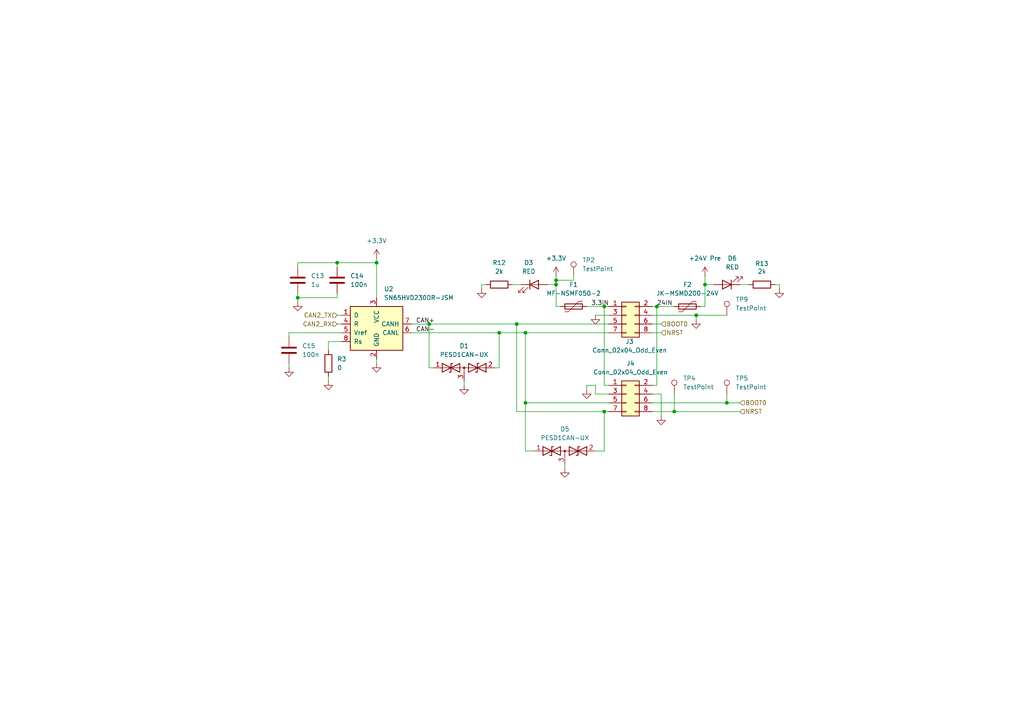
<source format=kicad_sch>
(kicad_sch (version 20250114) (generator "eeschema") (generator_version "9.0")
  (paper "A4")
  (lib_symbols
    (symbol "Connector:TestPoint" (pin_numbers (hide yes)) (pin_names (offset 0.762) (hide yes))
      (property "Reference" "TP" (at 0 6.858 0))
      (property "Value" "TestPoint" (at 0 5.08 0))
      (symbol "TestPoint_0_1"
        (circle (center 0 3.302) (radius 0.762))
      )
      (symbol "TestPoint_1_1"
        (pin passive line (at 0 0 90) (length 2.54) (name "1") (number "1"))
      )
    )
    (symbol "Connector_Generic:Conn_02x04_Odd_Even" (pin_names (offset 1.016) (hide yes))
      (property "Reference" "J" (at 1.27 5.08 0))
      (property "Value" "Conn_02x04_Odd_Even" (at 1.27 -7.62 0))
      (symbol "Conn_02x04_Odd_Even_1_1"
        (rectangle (start -1.27 3.81) (end 3.81 -6.35) (stroke (width 0.254)) (fill (type background)))
        (rectangle (start -1.27 2.667) (end 0 2.413) (stroke (width 0.1524)))
        (rectangle (start -1.27 0.127) (end 0 -0.127) (stroke (width 0.1524)))
        (rectangle (start -1.27 -2.413) (end 0 -2.667) (stroke (width 0.1524)))
        (rectangle (start -1.27 -4.953) (end 0 -5.207) (stroke (width 0.1524)))
        (rectangle (start 3.81 2.667) (end 2.54 2.413) (stroke (width 0.1524)))
        (rectangle (start 3.81 0.127) (end 2.54 -0.127) (stroke (width 0.1524)))
        (rectangle (start 3.81 -2.413) (end 2.54 -2.667) (stroke (width 0.1524)))
        (rectangle (start 3.81 -4.953) (end 2.54 -5.207) (stroke (width 0.1524)))
        (pin passive line (at -5.08 2.54 0) (length 3.81) (name "Pin_1") (number "1"))
        (pin passive line (at -5.08 0 0) (length 3.81) (name "Pin_3") (number "3"))
        (pin passive line (at -5.08 -2.54 0) (length 3.81) (name "Pin_5") (number "5"))
        (pin passive line (at -5.08 -5.08 0) (length 3.81) (name "Pin_7") (number "7"))
        (pin passive line (at 7.62 2.54 180) (length 3.81) (name "Pin_2") (number "2"))
        (pin passive line (at 7.62 0 180) (length 3.81) (name "Pin_4") (number "4"))
        (pin passive line (at 7.62 -2.54 180) (length 3.81) (name "Pin_6") (number "6"))
        (pin passive line (at 7.62 -5.08 180) (length 3.81) (name "Pin_8") (number "8"))
      )
    )
    (symbol "Device:C" (pin_numbers (hide yes)) (pin_names (offset 0.254))
      (property "Reference" "C" (at 0.635 2.54 0))
      (property "Value" "C" (at 0.635 -2.54 0))
      (symbol "C_0_1"
        (polyline (pts (xy -2.032 0.762) (xy 2.032 0.762)) (stroke (width 0.508)))
        (polyline (pts (xy -2.032 -0.762) (xy 2.032 -0.762)) (stroke (width 0.508)))
      )
      (symbol "C_1_1"
        (pin passive line (at 0 3.81 270) (length 2.794) (name "~") (number "1"))
        (pin passive line (at 0 -3.81 90) (length 2.794) (name "~") (number "2"))
      )
    )
    (symbol "Device:D_TVS_Dual_AAC" (pin_names (offset 1.016) (hide yes))
      (property "Reference" "D" (at 0 4.445 0))
      (property "Value" "D_TVS_Dual_AAC" (at 0 2.54 0))
      (symbol "D_TVS_Dual_AAC_0_0"
        (polyline (pts (xy 0 -1.27) (xy 0 0)))
      )
      (symbol "D_TVS_Dual_AAC_0_1"
        (polyline (pts (xy -6.35 1.27) (xy -1.27 -1.27) (xy -1.27 1.27) (xy -6.35 -1.27) (xy -6.35 1.27)) (stroke (width 0.254)))
        (polyline (pts (xy -6.35 0) (xy 6.35 0)))
        (polyline (pts (xy -3.302 1.27) (xy -3.81 1.27) (xy -3.81 -1.27) (xy -4.318 -1.27)) (stroke (width 0.254)))
        (circle (center 0 0) (radius 0.254) (fill (type outline)))
        (polyline (pts (xy 4.318 1.27) (xy 3.81 1.27) (xy 3.81 -1.27) (xy 3.302 -1.27)) (stroke (width 0.254)))
        (polyline (pts (xy 6.35 1.27) (xy 1.27 -1.27) (xy 1.27 1.27) (xy 6.35 -1.27) (xy 6.35 1.27)) (stroke (width 0.254)))
      )
      (symbol "D_TVS_Dual_AAC_1_1"
        (pin passive line (at -8.89 0 0) (length 2.54) (name "A1") (number "1"))
        (pin passive line (at 0 -3.81 90) (length 2.54) (name "common") (number "3"))
        (pin passive line (at 8.89 0 180) (length 2.54) (name "A2") (number "2"))
      )
    )
    (symbol "Device:LED" (pin_numbers (hide yes)) (pin_names (offset 1.016) (hide yes))
      (property "Reference" "D" (at 0 2.54 0))
      (property "Value" "LED" (at 0 -2.54 0))
      (symbol "LED_0_1"
        (polyline (pts (xy -3.048 -0.762) (xy -4.572 -2.286) (xy -3.81 -2.286) (xy -4.572 -2.286) (xy -4.572 -1.524)))
        (polyline (pts (xy -1.778 -0.762) (xy -3.302 -2.286) (xy -2.54 -2.286) (xy -3.302 -2.286) (xy -3.302 -1.524)))
        (polyline (pts (xy -1.27 0) (xy 1.27 0)))
        (polyline (pts (xy -1.27 -1.27) (xy -1.27 1.27)) (stroke (width 0.254)))
        (polyline (pts (xy 1.27 -1.27) (xy 1.27 1.27) (xy -1.27 0) (xy 1.27 -1.27)) (stroke (width 0.254)))
      )
      (symbol "LED_1_1"
        (pin passive line (at -3.81 0 0) (length 2.54) (name "K") (number "1"))
        (pin passive line (at 3.81 0 180) (length 2.54) (name "A") (number "2"))
      )
    )
    (symbol "Device:Polyfuse" (pin_numbers (hide yes)) (pin_names (offset 0))
      (property "Reference" "F" (at -2.54 0 90))
      (property "Value" "Polyfuse" (at 2.54 0 90))
      (symbol "Polyfuse_0_1"
        (polyline (pts (xy -1.524 2.54) (xy -1.524 1.524) (xy 1.524 -1.524) (xy 1.524 -2.54)))
        (rectangle (start -0.762 2.54) (end 0.762 -2.54) (stroke (width 0.254)))
        (polyline (pts (xy 0 2.54) (xy 0 -2.54)))
      )
      (symbol "Polyfuse_1_1"
        (pin passive line (at 0 3.81 270) (length 1.27) (name "~") (number "1"))
        (pin passive line (at 0 -3.81 90) (length 1.27) (name "~") (number "2"))
      )
    )
    (symbol "Device:R" (pin_numbers (hide yes)) (pin_names (offset 0))
      (property "Reference" "R" (at 2.032 0 90))
      (property "Value" "R" (at 0 0 90))
      (symbol "R_0_1"
        (rectangle (start -1.016 -2.54) (end 1.016 2.54) (stroke (width 0.254)))
      )
      (symbol "R_1_1"
        (pin passive line (at 0 3.81 270) (length 1.27) (name "~") (number "1"))
        (pin passive line (at 0 -3.81 90) (length 1.27) (name "~") (number "2"))
      )
    )
    (symbol "Interface_CAN_LIN:SN65HVD230" (pin_names (offset 1.016))
      (property "Reference" "U" (at -2.54 10.16 0))
      (property "Value" "SN65HVD230" (at -2.54 7.62 0))
      (symbol "SN65HVD230_0_1"
        (rectangle (start -7.62 5.08) (end 7.62 -7.62) (stroke (width 0.254)) (fill (type background)))
      )
      (symbol "SN65HVD230_1_1"
        (pin input line (at -10.16 2.54 0) (length 2.54) (name "D") (number "1"))
        (pin output line (at -10.16 0 0) (length 2.54) (name "R") (number "4"))
        (pin output line (at -10.16 -2.54 0) (length 2.54) (name "Vref") (number "5"))
        (pin input line (at -10.16 -5.08 0) (length 2.54) (name "Rs") (number "8"))
        (pin power_in line (at 0 7.62 270) (length 2.54) (name "VCC") (number "3"))
        (pin power_in line (at 0 -10.16 90) (length 2.54) (name "GND") (number "2"))
        (pin bidirectional line (at 10.16 0 180) (length 2.54) (name "CANH") (number "7"))
        (pin bidirectional line (at 10.16 -2.54 180) (length 2.54) (name "CANL") (number "6"))
      )
    )
    (symbol "power:+24V" (power) (pin_numbers (hide yes)) (pin_names (offset 0) (hide yes))
      (property "Value" "+24V" (at 0 3.556 0))
      (symbol "+24V_0_1"
        (polyline (pts (xy -0.762 1.27) (xy 0 2.54)))
        (polyline (pts (xy 0 2.54) (xy 0.762 1.27)))
        (polyline (pts (xy 0 0) (xy 0 2.54)))
      )
      (symbol "+24V_1_1"
        (pin power_in line (at 0 0 90) (length 0) (name "~") (number "1"))
      )
    )
    (symbol "power:+3.3V" (power) (pin_numbers (hide yes)) (pin_names (offset 0) (hide yes))
      (property "Value" "+3.3V" (at 0 3.556 0))
      (symbol "+3.3V_0_1"
        (polyline (pts (xy -0.762 1.27) (xy 0 2.54)))
        (polyline (pts (xy 0 2.54) (xy 0.762 1.27)))
        (polyline (pts (xy 0 0) (xy 0 2.54)))
      )
      (symbol "+3.3V_1_1"
        (pin power_in line (at 0 0 90) (length 0) (name "~") (number "1"))
      )
    )
    (symbol "power:GND" (power) (pin_numbers (hide yes)) (pin_names (offset 0) (hide yes))
      (property "Value" "GND" (at 0 -3.81 0))
      (symbol "GND_0_1"
        (polyline (pts (xy 0 0) (xy 0 -1.27) (xy 1.27 -1.27) (xy 0 -2.54) (xy -1.27 -1.27) (xy 0 -1.27)))
      )
      (symbol "GND_1_1"
        (pin power_in line (at 0 0 270) (length 0) (name "~") (number "1"))
      )
    )
  )
  (junction (at 190.5 88.9))
  (junction (at 144.78 96.52))
  (junction (at 201.93 91.44))
  (junction (at 86.36 86.36))
  (junction (at 161.29 82.55))
  (junction (at 149.86 93.98))
  (junction (at 152.4 96.52))
  (junction (at 152.4 116.84))
  (junction (at 175.26 88.9))
  (junction (at 204.47 82.55))
  (junction (at 97.79 76.2))
  (junction (at 195.58 119.38))
  (junction (at 210.82 116.84))
  (junction (at 109.22 76.2))
  (junction (at 175.26 119.38))
  (junction (at 161.29 81.28))
  (junction (at 124.46 93.98))
  (wire (pts (xy 109.22 74.93) (xy 109.22 76.2)))
  (wire (pts (xy 134.62 110.49) (xy 134.62 111.76)))
  (wire (pts (xy 95.25 101.6) (xy 95.25 99.06)))
  (wire (pts (xy 161.29 82.55) (xy 161.29 88.9)))
  (wire (pts (xy 166.37 80.01) (xy 166.37 81.28)))
  (wire (pts (xy 97.79 76.2) (xy 97.79 77.47)))
  (wire (pts (xy 149.86 119.38) (xy 149.86 93.98)))
  (wire (pts (xy 124.46 93.98) (xy 124.46 106.68)))
  (wire (pts (xy 189.23 93.98) (xy 191.77 93.98)))
  (wire (pts (xy 191.77 114.3) (xy 189.23 114.3)))
  (wire (pts (xy 176.53 119.38) (xy 175.26 119.38)))
  (wire (pts (xy 119.38 93.98) (xy 124.46 93.98)))
  (wire (pts (xy 97.79 91.44) (xy 99.06 91.44)))
  (wire (pts (xy 119.38 96.52) (xy 144.78 96.52)))
  (wire (pts (xy 139.7 82.55) (xy 140.97 82.55)))
  (wire (pts (xy 226.06 83.82) (xy 226.06 82.55)))
  (wire (pts (xy 175.26 88.9) (xy 175.26 111.76)))
  (wire (pts (xy 163.83 134.62) (xy 163.83 135.89)))
  (wire (pts (xy 152.4 116.84) (xy 152.4 96.52)))
  (wire (pts (xy 86.36 86.36) (xy 97.79 86.36)))
  (wire (pts (xy 83.82 105.41) (xy 83.82 106.68)))
  (wire (pts (xy 97.79 76.2) (xy 109.22 76.2)))
  (wire (pts (xy 148.59 82.55) (xy 151.13 82.55)))
  (wire (pts (xy 189.23 116.84) (xy 210.82 116.84)))
  (wire (pts (xy 154.94 130.81) (xy 152.4 130.81)))
  (wire (pts (xy 175.26 88.9) (xy 176.53 88.9)))
  (wire (pts (xy 176.53 114.3) (xy 172.72 114.3)))
  (wire (pts (xy 172.72 111.76) (xy 170.18 111.76)))
  (wire (pts (xy 166.37 81.28) (xy 161.29 81.28)))
  (wire (pts (xy 201.93 91.44) (xy 210.82 91.44)))
  (wire (pts (xy 170.18 111.76) (xy 170.18 113.03)))
  (wire (pts (xy 189.23 88.9) (xy 190.5 88.9)))
  (wire (pts (xy 83.82 97.79) (xy 83.82 96.52)))
  (wire (pts (xy 152.4 96.52) (xy 176.53 96.52)))
  (wire (pts (xy 189.23 96.52) (xy 191.77 96.52)))
  (wire (pts (xy 144.78 96.52) (xy 144.78 106.68)))
  (wire (pts (xy 124.46 93.98) (xy 149.86 93.98)))
  (wire (pts (xy 109.22 76.2) (xy 109.22 86.36)))
  (wire (pts (xy 161.29 80.01) (xy 161.29 81.28)))
  (wire (pts (xy 152.4 130.81) (xy 152.4 116.84)))
  (wire (pts (xy 172.72 130.81) (xy 175.26 130.81)))
  (wire (pts (xy 175.26 130.81) (xy 175.26 119.38)))
  (wire (pts (xy 124.46 106.68) (xy 125.73 106.68)))
  (wire (pts (xy 83.82 96.52) (xy 99.06 96.52)))
  (wire (pts (xy 217.17 82.55) (xy 214.63 82.55)))
  (wire (pts (xy 86.36 86.36) (xy 86.36 87.63)))
  (wire (pts (xy 109.22 104.14) (xy 109.22 105.41)))
  (wire (pts (xy 97.79 93.98) (xy 99.06 93.98)))
  (wire (pts (xy 176.53 111.76) (xy 175.26 111.76)))
  (wire (pts (xy 161.29 88.9) (xy 162.56 88.9)))
  (wire (pts (xy 195.58 119.38) (xy 214.63 119.38)))
  (wire (pts (xy 190.5 88.9) (xy 190.5 111.76)))
  (wire (pts (xy 95.25 109.22) (xy 95.25 110.49)))
  (wire (pts (xy 210.82 116.84) (xy 214.63 116.84)))
  (wire (pts (xy 139.7 83.82) (xy 139.7 82.55)))
  (wire (pts (xy 86.36 85.09) (xy 86.36 86.36)))
  (wire (pts (xy 203.2 88.9) (xy 204.47 88.9)))
  (wire (pts (xy 189.23 91.44) (xy 201.93 91.44)))
  (wire (pts (xy 191.77 120.65) (xy 191.77 114.3)))
  (wire (pts (xy 189.23 119.38) (xy 195.58 119.38)))
  (wire (pts (xy 195.58 114.3) (xy 195.58 119.38)))
  (wire (pts (xy 158.75 82.55) (xy 161.29 82.55)))
  (wire (pts (xy 176.53 91.44) (xy 172.72 91.44)))
  (wire (pts (xy 204.47 82.55) (xy 204.47 88.9)))
  (wire (pts (xy 189.23 111.76) (xy 190.5 111.76)))
  (wire (pts (xy 95.25 99.06) (xy 99.06 99.06)))
  (wire (pts (xy 226.06 82.55) (xy 224.79 82.55)))
  (wire (pts (xy 161.29 81.28) (xy 161.29 82.55)))
  (wire (pts (xy 175.26 119.38) (xy 149.86 119.38)))
  (wire (pts (xy 201.93 91.44) (xy 201.93 92.71)))
  (wire (pts (xy 144.78 96.52) (xy 152.4 96.52)))
  (wire (pts (xy 210.82 114.3) (xy 210.82 116.84)))
  (wire (pts (xy 97.79 85.09) (xy 97.79 86.36)))
  (wire (pts (xy 204.47 82.55) (xy 207.01 82.55)))
  (wire (pts (xy 170.18 88.9) (xy 175.26 88.9)))
  (wire (pts (xy 204.47 80.01) (xy 204.47 82.55)))
  (wire (pts (xy 86.36 77.47) (xy 86.36 76.2)))
  (wire (pts (xy 172.72 114.3) (xy 172.72 111.76)))
  (wire (pts (xy 176.53 116.84) (xy 152.4 116.84)))
  (wire (pts (xy 144.78 106.68) (xy 143.51 106.68)))
  (wire (pts (xy 149.86 93.98) (xy 176.53 93.98)))
  (wire (pts (xy 86.36 76.2) (xy 97.79 76.2)))
  (wire (pts (xy 190.5 88.9) (xy 195.58 88.9)))
  (label "24IN" (at 190.5 88.9 0))
  (label "CAN+" (at 120.65 93.98 0))
  (label "3.3IN" (at 171.45 88.9 0))
  (label "CAN-" (at 120.65 96.52 0))
  (hierarchical_label "BOOT0" (shape input) (at 214.63 116.84 0))
  (hierarchical_label "CAN2_TX" (shape input) (at 97.79 91.44 180))
  (hierarchical_label "BOOT0" (shape input) (at 191.77 93.98 0))
  (hierarchical_label "CAN2_RX" (shape input) (at 97.79 93.98 180))
  (hierarchical_label "NRST" (shape input) (at 214.63 119.38 0))
  (hierarchical_label "NRST" (shape input) (at 191.77 96.52 0))
  (symbol (lib_id "Device:LED") (at 154.94 82.55 0) (unit 1)
    (property "Reference" "D3" (at 153.3525 76.2 0))
    (property "Value" "RED" (at 153.3525 78.74 0))
    (property "Footprint" "LED_SMD:LED_0603_1608Metric" (effects (hide yes)))
    (property "Description" "Light emitting diode" (effects (hide yes)))
    (property "Sim.Pins" "1=K 2=A" (effects (hide yes)))
  )
  (symbol (lib_id "power:GND") (at 163.83 135.89 0) (unit 1)
    (property "Reference" "#PWR052" (effects (hide yes)))
    (property "Value" "GND" (effects (hide yes)))
    (property "Description" "Power symbol creates a global label with name \"GND\" , ground" (effects (hide yes)))
  )
  (symbol (lib_id "Device:LED") (at 210.82 82.55 180) (unit 1)
    (property "Reference" "D6" (at 212.4075 74.93 0))
    (property "Value" "RED" (at 212.4075 77.47 0))
    (property "Footprint" "LED_SMD:LED_0603_1608Metric" (effects (hide yes)))
    (property "Description" "Light emitting diode" (effects (hide yes)))
    (property "Sim.Pins" "1=K 2=A" (effects (hide yes)))
  )
  (symbol (lib_id "power:GND") (at 226.06 83.82 0) (unit 1)
    (property "Reference" "#PWR032" (effects (hide yes)))
    (property "Value" "GND" (effects (hide yes)))
    (property "Description" "Power symbol creates a global label with name \"GND\" , ground" (effects (hide yes)))
  )
  (symbol (lib_id "power:GND") (at 83.82 106.68 0) (unit 1)
    (property "Reference" "#PWR019" (effects (hide yes)))
    (property "Value" "GND" (effects (hide yes)))
    (property "Description" "Power symbol creates a global label with name \"GND\" , ground" (effects (hide yes)))
  )
  (symbol (lib_id "Device:C") (at 83.82 101.6 0) (unit 1)
    (property "Reference" "C15" (at 87.63 100.3299 0) (effects (justify left)))
    (property "Value" "100n" (at 87.63 102.8699 0) (effects (justify left)))
    (property "Footprint" "Capacitor_SMD:C_0402_1005Metric" (effects (hide yes)))
    (property "Description" "Unpolarized capacitor" (effects (hide yes)))
  )
  (symbol (lib_id "Device:D_TVS_Dual_AAC") (at 134.62 106.68 0) (unit 1)
    (property "Reference" "D1" (at 134.62 100.33 0))
    (property "Value" "PESD1CAN-UX" (at 134.62 102.87 0))
    (property "Footprint" "Package_TO_SOT_SMD:SOT-323_SC-70" (effects (hide yes)))
    (property "Description" "Bidirectional dual transient-voltage-suppression diode, center on pin 3" (effects (hide yes)))
  )
  (symbol (lib_id "Device:C") (at 86.36 81.28 0) (unit 1)
    (property "Reference" "C13" (at 90.17 80.0099 0) (effects (justify left)))
    (property "Value" "1u" (at 90.17 82.5499 0) (effects (justify left)))
    (property "Footprint" "Capacitor_SMD:C_0402_1005Metric" (effects (hide yes)))
    (property "Description" "Unpolarized capacitor" (effects (hide yes)))
  )
  (symbol (lib_id "power:GND") (at 139.7 83.82 0) (unit 1)
    (property "Reference" "#PWR031" (effects (hide yes)))
    (property "Value" "GND" (effects (hide yes)))
    (property "Description" "Power symbol creates a global label with name \"GND\" , ground" (effects (hide yes)))
  )
  (symbol (lib_id "Device:R") (at 220.98 82.55 90) (unit 1)
    (property "Reference" "R13" (at 220.98 76.454 90))
    (property "Value" "2k" (at 220.98 78.74 90))
    (property "Footprint" "Resistor_SMD:R_0402_1005Metric" (effects (hide yes)))
    (property "Description" "Resistor" (effects (hide yes)))
  )
  (symbol (lib_id "Connector:TestPoint") (at 166.37 80.01 0) (unit 1) (in_bom no)
    (property "Reference" "TP2" (at 168.91 75.4379 0) (effects (justify left)))
    (property "Value" "TestPoint" (at 168.91 77.9779 0) (effects (justify left)))
    (property "Footprint" "TestPoint:TestPoint_Pad_D1.0mm" (effects (hide yes)))
    (property "Description" "test point" (effects (hide yes)))
  )
  (symbol (lib_id "power:+3.3V") (at 109.22 74.93 0) (unit 1)
    (property "Reference" "#PWR015" (effects (hide yes)))
    (property "Value" "+3.3V" (at 109.22 69.85 0))
    (property "Description" "Power symbol creates a global label with name \"+3.3V\"" (effects (hide yes)))
  )
  (symbol (lib_id "Device:R") (at 95.25 105.41 0) (unit 1)
    (property "Reference" "R3" (at 97.79 104.1399 0) (effects (justify left)))
    (property "Value" "0" (at 97.79 106.6799 0) (effects (justify left)))
    (property "Footprint" "Resistor_SMD:R_0402_1005Metric" (effects (hide yes)))
    (property "Description" "Resistor" (effects (hide yes)))
  )
  (symbol (lib_id "Device:Polyfuse") (at 199.39 88.9 90) (unit 1)
    (property "Reference" "F2" (at 199.39 82.55 90))
    (property "Value" "JK-MSMD200-24V" (at 199.39 85.09 90))
    (property "Footprint" "Fuse:Fuse_1812_4532Metric" (effects (hide yes)))
    (property "Description" "Resettable fuse, polymeric positive temperature coefficient" (effects (hide yes)))
  )
  (symbol (lib_id "Device:C") (at 97.79 81.28 0) (unit 1)
    (property "Reference" "C14" (at 101.6 80.0099 0) (effects (justify left)))
    (property "Value" "100n" (at 101.6 82.5499 0) (effects (justify left)))
    (property "Footprint" "Capacitor_SMD:C_0402_1005Metric" (effects (hide yes)))
    (property "Description" "Unpolarized capacitor" (effects (hide yes)))
  )
  (symbol (lib_id "power:GND") (at 134.62 111.76 0) (unit 1)
    (property "Reference" "#PWR018" (effects (hide yes)))
    (property "Value" "GND" (effects (hide yes)))
    (property "Description" "Power symbol creates a global label with name \"GND\" , ground" (effects (hide yes)))
  )
  (symbol (lib_id "power:GND") (at 95.25 110.49 0) (unit 1)
    (property "Reference" "#PWR017" (effects (hide yes)))
    (property "Value" "GND" (effects (hide yes)))
    (property "Description" "Power symbol creates a global label with name \"GND\" , ground" (effects (hide yes)))
  )
  (symbol (lib_id "Interface_CAN_LIN:SN65HVD230") (at 109.22 93.98 0) (unit 1)
    (property "Reference" "U2" (at 111.3633 83.82 0) (effects (justify left)))
    (property "Value" "SN65HVD230DR-JSM" (at 111.3633 86.36 0) (effects (justify left)))
    (property "Footprint" "Package_SO:SOIC-8_3.9x4.9mm_P1.27mm" (effects (hide yes)))
    (property "Datasheet" "http://www.ti.com/lit/ds/symlink/sn65hvd230.pdf" (effects (hide yes)))
    (property "Description" "CAN Bus Transceivers, 3.3V, 1Mbps, Low-Power capabilities, SOIC-8" (effects (hide yes)))
  )
  (symbol (lib_id "Device:D_TVS_Dual_AAC") (at 163.83 130.81 0) (unit 1)
    (property "Reference" "D5" (at 163.83 124.46 0))
    (property "Value" "PESD1CAN-UX" (at 163.83 127 0))
    (property "Footprint" "Package_TO_SOT_SMD:SOT-323_SC-70" (effects (hide yes)))
    (property "Description" "Bidirectional dual transient-voltage-suppression diode, center on pin 3" (effects (hide yes)))
  )
  (symbol (lib_id "power:+3.3V") (at 161.29 80.01 0) (unit 1)
    (property "Reference" "#PWR030" (effects (hide yes)))
    (property "Value" "+3.3V" (at 161.29 74.93 0))
    (property "Description" "Power symbol creates a global label with name \"+3.3V\"" (effects (hide yes)))
  )
  (symbol (lib_id "power:GND") (at 172.72 91.44 0) (unit 1)
    (property "Reference" "#PWR038" (effects (hide yes)))
    (property "Value" "GND" (effects (hide yes)))
    (property "Description" "Power symbol creates a global label with name \"GND\" , ground" (effects (hide yes)))
  )
  (symbol (lib_id "power:GND") (at 201.93 92.71 0) (unit 1)
    (property "Reference" "#PWR044" (effects (hide yes)))
    (property "Value" "GND" (effects (hide yes)))
    (property "Description" "Power symbol creates a global label with name \"GND\" , ground" (effects (hide yes)))
  )
  (symbol (lib_id "Device:Polyfuse") (at 166.37 88.9 90) (unit 1)
    (property "Reference" "F1" (at 166.37 82.55 90))
    (property "Value" "MF-NSMF050-2" (at 166.37 85.09 90))
    (property "Footprint" "Fuse:Fuse_1210_3225Metric" (effects (hide yes)))
    (property "Description" "Resettable fuse, polymeric positive temperature coefficient" (effects (hide yes)))
  )
  (symbol (lib_id "Connector:TestPoint") (at 210.82 91.44 0) (unit 1) (in_bom no)
    (property "Reference" "TP9" (at 213.36 86.8679 0) (effects (justify left)))
    (property "Value" "TestPoint" (at 213.36 89.4079 0) (effects (justify left)))
    (property "Footprint" "TestPoint:TestPoint_Pad_D1.0mm" (effects (hide yes)))
    (property "Description" "test point" (effects (hide yes)))
  )
  (symbol (lib_id "Connector:TestPoint") (at 195.58 114.3 0) (unit 1) (in_bom no)
    (property "Reference" "TP4" (at 198.12 109.7279 0) (effects (justify left)))
    (property "Value" "TestPoint" (at 198.12 112.2679 0) (effects (justify left)))
    (property "Footprint" "TestPoint:TestPoint_Pad_D1.0mm" (effects (hide yes)))
    (property "Description" "test point" (effects (hide yes)))
  )
  (symbol (lib_id "power:GND") (at 109.22 105.41 0) (unit 1)
    (property "Reference" "#PWR014" (effects (hide yes)))
    (property "Value" "GND" (effects (hide yes)))
    (property "Description" "Power symbol creates a global label with name \"GND\" , ground" (effects (hide yes)))
  )
  (symbol (lib_id "power:GND") (at 86.36 87.63 0) (unit 1)
    (property "Reference" "#PWR016" (effects (hide yes)))
    (property "Value" "GND" (effects (hide yes)))
    (property "Description" "Power symbol creates a global label with name \"GND\" , ground" (effects (hide yes)))
  )
  (symbol (lib_id "Device:R") (at 144.78 82.55 270) (unit 1)
    (property "Reference" "R12" (at 144.78 76.2 90))
    (property "Value" "2k" (at 144.78 78.74 90))
    (property "Footprint" "Resistor_SMD:R_0402_1005Metric" (effects (hide yes)))
    (property "Description" "Resistor" (effects (hide yes)))
  )
  (symbol (lib_id "Connector_Generic:Conn_02x04_Odd_Even") (at 181.61 91.44 0) (unit 1)
    (property "Reference" "J3" (at 182.626 99.06 0))
    (property "Value" "Conn_02x04_Odd_Even" (at 182.626 101.6 0))
    (property "Footprint" "Tutor_Common_Parts:CONN_B8B-PHDSS_JST" (effects (hide yes)))
    (property "Description" "Generic connector, double row, 02x04, odd/even pin numbering scheme (row 1 odd numbers, row 2 even numbers), script generated (kicad-library-utils/schlib/autogen/connector/)" (effects (hide yes)))
  )
  (symbol (lib_id "power:+24V") (at 204.47 80.01 0) (unit 1)
    (property "Reference" "#PWR029" (effects (hide yes)))
    (property "Value" "+24V Pre" (at 204.47 74.93 0))
    (property "Description" "Power symbol creates a global label with name \"+24V\"" (effects (hide yes)))
  )
  (symbol (lib_id "Connector:TestPoint") (at 210.82 114.3 0) (unit 1) (in_bom no)
    (property "Reference" "TP5" (at 213.36 109.7279 0) (effects (justify left)))
    (property "Value" "TestPoint" (at 213.36 112.2679 0) (effects (justify left)))
    (property "Footprint" "TestPoint:TestPoint_Pad_D1.0mm" (effects (hide yes)))
    (property "Description" "test point" (effects (hide yes)))
  )
  (symbol (lib_id "power:GND") (at 170.18 113.03 0) (unit 1)
    (property "Reference" "#PWR045" (effects (hide yes)))
    (property "Value" "GND" (effects (hide yes)))
    (property "Description" "Power symbol creates a global label with name \"GND\" , ground" (effects (hide yes)))
  )
  (symbol (lib_id "power:GND") (at 191.77 120.65 0) (unit 1)
    (property "Reference" "#PWR046" (effects (hide yes)))
    (property "Value" "GND" (effects (hide yes)))
    (property "Description" "Power symbol creates a global label with name \"GND\" , ground" (effects (hide yes)))
  )
  (symbol (lib_id "Connector_Generic:Conn_02x04_Odd_Even") (at 181.61 114.3 0) (unit 1)
    (property "Reference" "J4" (at 182.88 105.41 0))
    (property "Value" "Conn_02x04_Odd_Even" (at 182.88 107.95 0))
    (property "Footprint" "Tutor_Common_Parts:CONN_B8B-PHDSS_JST" (effects (hide yes)))
    (property "Description" "Generic connector, double row, 02x04, odd/even pin numbering scheme (row 1 odd numbers, row 2 even numbers), script generated (kicad-library-utils/schlib/autogen/connector/)" (effects (hide yes)))
  )
)
</source>
